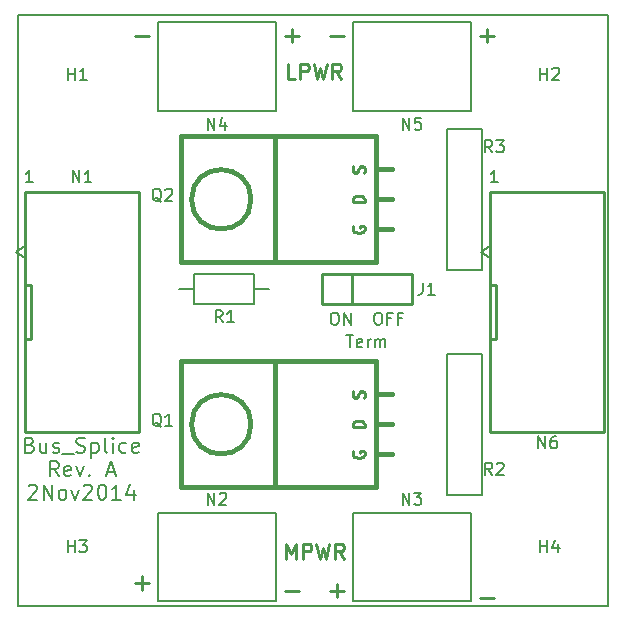
<source format=gto>
%FSLAX36Y36*%
G04 Gerber Fmt 3.6, Leading zero omitted, Abs format (unit inch)*
G04 Created by KiCad (PCBNEW (2014-jul-16 BZR unknown)-product) date Sun 02 Nov 2014 10:36:42 PM PST*
%MOIN*%
G01*
G04 APERTURE LIST*
%ADD10C,0.003937*%
%ADD11C,0.008000*%
%ADD12C,0.010000*%
%ADD13C,0.005906*%
%ADD14C,0.015000*%
%ADD15C,0.009850*%
%ADD16C,0.009900*%
G04 APERTURE END LIST*
D10*
D11*
X5536429Y-4493095D02*
X5513571Y-4493095D01*
X5525000Y-4493095D02*
X5525000Y-4453095D01*
X5521191Y-4458810D01*
X5517381Y-4462619D01*
X5513571Y-4464524D01*
X3986429Y-4493095D02*
X3963571Y-4493095D01*
X3975000Y-4493095D02*
X3975000Y-4453095D01*
X3971191Y-4458810D01*
X3967381Y-4462619D01*
X3963571Y-4464524D01*
D12*
X4372857Y-4004286D02*
X4327143Y-4004286D01*
X5522857Y-4004286D02*
X5477143Y-4004286D01*
X5500000Y-4027143D02*
X5500000Y-3981429D01*
D11*
X3937008Y-5905512D02*
X3937008Y-3937008D01*
X5905512Y-5905512D02*
X3937008Y-5905512D01*
X5905512Y-3937008D02*
X5905512Y-5905512D01*
X3937008Y-3937008D02*
X5905512Y-3937008D01*
X5032381Y-5003095D02*
X5055238Y-5003095D01*
X5043810Y-5043095D02*
X5043810Y-5003095D01*
X5083810Y-5041190D02*
X5080000Y-5043095D01*
X5072381Y-5043095D01*
X5068571Y-5041190D01*
X5066667Y-5037381D01*
X5066667Y-5022143D01*
X5068571Y-5018333D01*
X5072381Y-5016429D01*
X5080000Y-5016429D01*
X5083810Y-5018333D01*
X5085714Y-5022143D01*
X5085714Y-5025952D01*
X5066667Y-5029762D01*
X5102857Y-5043095D02*
X5102857Y-5016429D01*
X5102857Y-5024048D02*
X5104762Y-5020238D01*
X5106667Y-5018333D01*
X5110476Y-5016429D01*
X5114286Y-5016429D01*
X5127619Y-5043095D02*
X5127619Y-5016429D01*
X5127619Y-5020238D02*
X5129524Y-5018333D01*
X5133333Y-5016429D01*
X5139048Y-5016429D01*
X5142857Y-5018333D01*
X5144762Y-5022143D01*
X5144762Y-5043095D01*
X5144762Y-5022143D02*
X5146667Y-5018333D01*
X5150476Y-5016429D01*
X5156190Y-5016429D01*
X5160000Y-5018333D01*
X5161905Y-5022143D01*
X5161905Y-5043095D01*
X4989524Y-4928095D02*
X4997143Y-4928095D01*
X5000952Y-4930000D01*
X5004762Y-4933810D01*
X5006667Y-4941429D01*
X5006667Y-4954762D01*
X5004762Y-4962381D01*
X5000952Y-4966190D01*
X4997143Y-4968095D01*
X4989524Y-4968095D01*
X4985714Y-4966190D01*
X4981905Y-4962381D01*
X4980000Y-4954762D01*
X4980000Y-4941429D01*
X4981905Y-4933810D01*
X4985714Y-4930000D01*
X4989524Y-4928095D01*
X5023810Y-4968095D02*
X5023810Y-4928095D01*
X5046667Y-4968095D01*
X5046667Y-4928095D01*
X5134286Y-4928095D02*
X5141905Y-4928095D01*
X5145714Y-4930000D01*
X5149524Y-4933810D01*
X5151429Y-4941429D01*
X5151429Y-4954762D01*
X5149524Y-4962381D01*
X5145714Y-4966190D01*
X5141905Y-4968095D01*
X5134286Y-4968095D01*
X5130476Y-4966190D01*
X5126667Y-4962381D01*
X5124762Y-4954762D01*
X5124762Y-4941429D01*
X5126667Y-4933810D01*
X5130476Y-4930000D01*
X5134286Y-4928095D01*
X5181905Y-4947143D02*
X5168571Y-4947143D01*
X5168571Y-4968095D02*
X5168571Y-4928095D01*
X5187619Y-4928095D01*
X5216190Y-4947143D02*
X5202857Y-4947143D01*
X5202857Y-4968095D02*
X5202857Y-4928095D01*
X5221905Y-4928095D01*
D12*
X4829762Y-5747619D02*
X4829762Y-5697619D01*
X4846429Y-5733333D01*
X4863095Y-5697619D01*
X4863095Y-5747619D01*
X4886905Y-5747619D02*
X4886905Y-5697619D01*
X4905952Y-5697619D01*
X4910714Y-5700000D01*
X4913095Y-5702381D01*
X4915476Y-5707143D01*
X4915476Y-5714286D01*
X4913095Y-5719048D01*
X4910714Y-5721429D01*
X4905952Y-5723810D01*
X4886905Y-5723810D01*
X4932143Y-5697619D02*
X4944048Y-5747619D01*
X4953571Y-5711905D01*
X4963095Y-5747619D01*
X4975000Y-5697619D01*
X5022619Y-5747619D02*
X5005952Y-5723810D01*
X4994048Y-5747619D02*
X4994048Y-5697619D01*
X5013095Y-5697619D01*
X5017857Y-5700000D01*
X5020238Y-5702381D01*
X5022619Y-5707143D01*
X5022619Y-5714286D01*
X5020238Y-5719048D01*
X5017857Y-5721429D01*
X5013095Y-5723810D01*
X4994048Y-5723810D01*
X4861905Y-4147619D02*
X4838095Y-4147619D01*
X4838095Y-4097619D01*
X4878571Y-4147619D02*
X4878571Y-4097619D01*
X4897619Y-4097619D01*
X4902381Y-4100000D01*
X4904762Y-4102381D01*
X4907143Y-4107143D01*
X4907143Y-4114286D01*
X4904762Y-4119048D01*
X4902381Y-4121429D01*
X4897619Y-4123810D01*
X4878571Y-4123810D01*
X4923810Y-4097619D02*
X4935714Y-4147619D01*
X4945238Y-4111905D01*
X4954762Y-4147619D01*
X4966667Y-4097619D01*
X5014286Y-4147619D02*
X4997619Y-4123810D01*
X4985714Y-4147619D02*
X4985714Y-4097619D01*
X5004762Y-4097619D01*
X5009524Y-4100000D01*
X5011905Y-4102381D01*
X5014286Y-4107143D01*
X5014286Y-4114286D01*
X5011905Y-4119048D01*
X5009524Y-4121429D01*
X5004762Y-4123810D01*
X4985714Y-4123810D01*
X5022857Y-4004286D02*
X4977143Y-4004286D01*
X4872857Y-4004286D02*
X4827143Y-4004286D01*
X4850000Y-4027143D02*
X4850000Y-3981429D01*
X4872857Y-5854286D02*
X4827143Y-5854286D01*
X4372857Y-5829286D02*
X4327143Y-5829286D01*
X4350000Y-5852143D02*
X4350000Y-5806429D01*
X5022857Y-5854286D02*
X4977143Y-5854286D01*
X5000000Y-5877143D02*
X5000000Y-5831429D01*
X5522857Y-5879286D02*
X5477143Y-5879286D01*
D11*
X3977381Y-5368429D02*
X3984524Y-5370810D01*
X3986905Y-5373190D01*
X3989286Y-5377952D01*
X3989286Y-5385095D01*
X3986905Y-5389857D01*
X3984524Y-5392238D01*
X3979762Y-5394619D01*
X3960714Y-5394619D01*
X3960714Y-5344619D01*
X3977381Y-5344619D01*
X3982143Y-5347000D01*
X3984524Y-5349381D01*
X3986905Y-5354143D01*
X3986905Y-5358905D01*
X3984524Y-5363667D01*
X3982143Y-5366048D01*
X3977381Y-5368429D01*
X3960714Y-5368429D01*
X4032143Y-5361286D02*
X4032143Y-5394619D01*
X4010714Y-5361286D02*
X4010714Y-5387476D01*
X4013095Y-5392238D01*
X4017857Y-5394619D01*
X4025000Y-5394619D01*
X4029762Y-5392238D01*
X4032143Y-5389857D01*
X4053571Y-5392238D02*
X4058333Y-5394619D01*
X4067857Y-5394619D01*
X4072619Y-5392238D01*
X4075000Y-5387476D01*
X4075000Y-5385095D01*
X4072619Y-5380333D01*
X4067857Y-5377952D01*
X4060714Y-5377952D01*
X4055952Y-5375571D01*
X4053571Y-5370810D01*
X4053571Y-5368429D01*
X4055952Y-5363667D01*
X4060714Y-5361286D01*
X4067857Y-5361286D01*
X4072619Y-5363667D01*
X4084524Y-5399381D02*
X4122619Y-5399381D01*
X4132143Y-5392238D02*
X4139286Y-5394619D01*
X4151190Y-5394619D01*
X4155952Y-5392238D01*
X4158333Y-5389857D01*
X4160714Y-5385095D01*
X4160714Y-5380333D01*
X4158333Y-5375571D01*
X4155952Y-5373190D01*
X4151190Y-5370810D01*
X4141667Y-5368429D01*
X4136905Y-5366048D01*
X4134524Y-5363667D01*
X4132143Y-5358905D01*
X4132143Y-5354143D01*
X4134524Y-5349381D01*
X4136905Y-5347000D01*
X4141667Y-5344619D01*
X4153571Y-5344619D01*
X4160714Y-5347000D01*
X4182143Y-5361286D02*
X4182143Y-5411286D01*
X4182143Y-5363667D02*
X4186905Y-5361286D01*
X4196429Y-5361286D01*
X4201190Y-5363667D01*
X4203571Y-5366048D01*
X4205952Y-5370810D01*
X4205952Y-5385095D01*
X4203571Y-5389857D01*
X4201190Y-5392238D01*
X4196429Y-5394619D01*
X4186905Y-5394619D01*
X4182143Y-5392238D01*
X4234524Y-5394619D02*
X4229762Y-5392238D01*
X4227381Y-5387476D01*
X4227381Y-5344619D01*
X4253571Y-5394619D02*
X4253571Y-5361286D01*
X4253571Y-5344619D02*
X4251191Y-5347000D01*
X4253571Y-5349381D01*
X4255952Y-5347000D01*
X4253571Y-5344619D01*
X4253571Y-5349381D01*
X4298810Y-5392238D02*
X4294048Y-5394619D01*
X4284524Y-5394619D01*
X4279762Y-5392238D01*
X4277381Y-5389857D01*
X4275000Y-5385095D01*
X4275000Y-5370810D01*
X4277381Y-5366048D01*
X4279762Y-5363667D01*
X4284524Y-5361286D01*
X4294048Y-5361286D01*
X4298810Y-5363667D01*
X4339286Y-5392238D02*
X4334524Y-5394619D01*
X4325000Y-5394619D01*
X4320238Y-5392238D01*
X4317857Y-5387476D01*
X4317857Y-5368429D01*
X4320238Y-5363667D01*
X4325000Y-5361286D01*
X4334524Y-5361286D01*
X4339286Y-5363667D01*
X4341667Y-5368429D01*
X4341667Y-5373190D01*
X4317857Y-5377952D01*
X4072619Y-5472619D02*
X4055952Y-5448810D01*
X4044048Y-5472619D02*
X4044048Y-5422619D01*
X4063095Y-5422619D01*
X4067857Y-5425000D01*
X4070238Y-5427381D01*
X4072619Y-5432143D01*
X4072619Y-5439286D01*
X4070238Y-5444048D01*
X4067857Y-5446429D01*
X4063095Y-5448810D01*
X4044048Y-5448810D01*
X4113095Y-5470238D02*
X4108333Y-5472619D01*
X4098810Y-5472619D01*
X4094048Y-5470238D01*
X4091667Y-5465476D01*
X4091667Y-5446429D01*
X4094048Y-5441667D01*
X4098810Y-5439286D01*
X4108333Y-5439286D01*
X4113095Y-5441667D01*
X4115476Y-5446429D01*
X4115476Y-5451190D01*
X4091667Y-5455952D01*
X4132143Y-5439286D02*
X4144048Y-5472619D01*
X4155952Y-5439286D01*
X4175000Y-5467857D02*
X4177381Y-5470238D01*
X4175000Y-5472619D01*
X4172619Y-5470238D01*
X4175000Y-5467857D01*
X4175000Y-5472619D01*
X4234524Y-5458333D02*
X4258333Y-5458333D01*
X4229762Y-5472619D02*
X4246429Y-5422619D01*
X4263095Y-5472619D01*
X3972619Y-5505381D02*
X3975000Y-5503000D01*
X3979762Y-5500619D01*
X3991667Y-5500619D01*
X3996429Y-5503000D01*
X3998810Y-5505381D01*
X4001190Y-5510143D01*
X4001190Y-5514905D01*
X3998810Y-5522048D01*
X3970238Y-5550619D01*
X4001190Y-5550619D01*
X4022619Y-5550619D02*
X4022619Y-5500619D01*
X4051190Y-5550619D01*
X4051190Y-5500619D01*
X4082143Y-5550619D02*
X4077381Y-5548238D01*
X4075000Y-5545857D01*
X4072619Y-5541095D01*
X4072619Y-5526810D01*
X4075000Y-5522048D01*
X4077381Y-5519667D01*
X4082143Y-5517286D01*
X4089286Y-5517286D01*
X4094048Y-5519667D01*
X4096429Y-5522048D01*
X4098810Y-5526810D01*
X4098810Y-5541095D01*
X4096429Y-5545857D01*
X4094048Y-5548238D01*
X4089286Y-5550619D01*
X4082143Y-5550619D01*
X4115476Y-5517286D02*
X4127381Y-5550619D01*
X4139286Y-5517286D01*
X4155952Y-5505381D02*
X4158333Y-5503000D01*
X4163095Y-5500619D01*
X4175000Y-5500619D01*
X4179762Y-5503000D01*
X4182143Y-5505381D01*
X4184524Y-5510143D01*
X4184524Y-5514905D01*
X4182143Y-5522048D01*
X4153571Y-5550619D01*
X4184524Y-5550619D01*
X4215476Y-5500619D02*
X4220238Y-5500619D01*
X4225000Y-5503000D01*
X4227381Y-5505381D01*
X4229762Y-5510143D01*
X4232143Y-5519667D01*
X4232143Y-5531571D01*
X4229762Y-5541095D01*
X4227381Y-5545857D01*
X4225000Y-5548238D01*
X4220238Y-5550619D01*
X4215476Y-5550619D01*
X4210714Y-5548238D01*
X4208333Y-5545857D01*
X4205952Y-5541095D01*
X4203571Y-5531571D01*
X4203571Y-5519667D01*
X4205952Y-5510143D01*
X4208333Y-5505381D01*
X4210714Y-5503000D01*
X4215476Y-5500619D01*
X4279762Y-5550619D02*
X4251191Y-5550619D01*
X4265476Y-5550619D02*
X4265476Y-5500619D01*
X4260714Y-5507762D01*
X4255952Y-5512524D01*
X4251191Y-5514905D01*
X4322619Y-5517286D02*
X4322619Y-5550619D01*
X4310714Y-5498238D02*
X4298810Y-5533952D01*
X4329762Y-5533952D01*
D12*
X5050000Y-4900000D02*
X5250000Y-4900000D01*
X5250000Y-4900000D02*
X5250000Y-4800000D01*
X5250000Y-4800000D02*
X5050000Y-4800000D01*
X4950000Y-4800000D02*
X5050000Y-4800000D01*
X5050000Y-4800000D02*
X5050000Y-4900000D01*
X4950000Y-4800000D02*
X4950000Y-4900000D01*
X4950000Y-4900000D02*
X5050000Y-4900000D01*
D13*
X3930000Y-4725000D02*
X3960000Y-4705000D01*
X3930000Y-4725000D02*
X3960000Y-4745000D01*
D12*
X3960000Y-5015000D02*
X3980000Y-5015000D01*
X3980000Y-5015000D02*
X3980000Y-4835000D01*
X3980000Y-4835000D02*
X3960000Y-4835000D01*
X4340000Y-4525000D02*
X4340000Y-5325000D01*
X4340000Y-5325000D02*
X3960000Y-5325000D01*
X3960000Y-5325000D02*
X3960000Y-4525000D01*
X3960000Y-4525000D02*
X4340000Y-4525000D01*
D11*
X4796850Y-5890354D02*
X4796850Y-5595079D01*
X4796850Y-5595079D02*
X4403150Y-5595079D01*
X4403150Y-5595079D02*
X4403150Y-5890354D01*
X4403150Y-5890354D02*
X4796850Y-5890354D01*
X5446850Y-5890354D02*
X5446850Y-5595079D01*
X5446850Y-5595079D02*
X5053150Y-5595079D01*
X5053150Y-5595079D02*
X5053150Y-5890354D01*
X5053150Y-5890354D02*
X5446850Y-5890354D01*
X4403150Y-3959646D02*
X4403150Y-4254921D01*
X4403150Y-4254921D02*
X4796850Y-4254921D01*
X4796850Y-4254921D02*
X4796850Y-3959646D01*
X4796850Y-3959646D02*
X4403150Y-3959646D01*
X5053150Y-3959646D02*
X5053150Y-4254921D01*
X5053150Y-4254921D02*
X5446850Y-4254921D01*
X5446850Y-4254921D02*
X5446850Y-3959646D01*
X5446850Y-3959646D02*
X5053150Y-3959646D01*
D13*
X5480000Y-4725000D02*
X5510000Y-4705000D01*
X5480000Y-4725000D02*
X5510000Y-4745000D01*
D12*
X5510000Y-5015000D02*
X5530000Y-5015000D01*
X5530000Y-5015000D02*
X5530000Y-4835000D01*
X5530000Y-4835000D02*
X5510000Y-4835000D01*
X5890000Y-4525000D02*
X5890000Y-5325000D01*
X5890000Y-5325000D02*
X5510000Y-5325000D01*
X5510000Y-5325000D02*
X5510000Y-4525000D01*
X5510000Y-4525000D02*
X5890000Y-4525000D01*
D14*
X5130000Y-5400000D02*
X5185000Y-5400000D01*
X5130000Y-5300000D02*
X5185000Y-5300000D01*
X5130000Y-5200000D02*
X5185000Y-5200000D01*
X4713995Y-5300000D02*
G75*
G03X4713995Y-5300000I-98995J0D01*
G74*
G01*
X4795000Y-5090000D02*
X4480000Y-5090000D01*
X4480000Y-5090000D02*
X4480000Y-5510000D01*
X4480000Y-5510000D02*
X4795000Y-5510000D01*
X5130000Y-5090000D02*
X4795000Y-5090000D01*
X4795000Y-5090000D02*
X4795000Y-5510000D01*
X4795000Y-5510000D02*
X5130000Y-5510000D01*
X5130000Y-5300000D02*
X5130000Y-5510000D01*
X5130000Y-5300000D02*
X5130000Y-5090000D01*
X5130000Y-4650000D02*
X5185000Y-4650000D01*
X5130000Y-4550000D02*
X5185000Y-4550000D01*
X5130000Y-4450000D02*
X5185000Y-4450000D01*
X4713995Y-4550000D02*
G75*
G03X4713995Y-4550000I-98995J0D01*
G74*
G01*
X4795000Y-4340000D02*
X4480000Y-4340000D01*
X4480000Y-4340000D02*
X4480000Y-4760000D01*
X4480000Y-4760000D02*
X4795000Y-4760000D01*
X5130000Y-4340000D02*
X4795000Y-4340000D01*
X4795000Y-4340000D02*
X4795000Y-4760000D01*
X4795000Y-4760000D02*
X5130000Y-4760000D01*
X5130000Y-4550000D02*
X5130000Y-4760000D01*
X5130000Y-4550000D02*
X5130000Y-4340000D01*
D13*
X4525000Y-4850000D02*
X4475000Y-4850000D01*
X4725000Y-4850000D02*
X4775000Y-4850000D01*
X4725000Y-4900000D02*
X4725000Y-4800000D01*
X4725000Y-4800000D02*
X4525000Y-4800000D01*
X4525000Y-4800000D02*
X4525000Y-4900000D01*
X4525000Y-4900000D02*
X4725000Y-4900000D01*
D11*
X5366000Y-5064000D02*
X5366000Y-5536000D01*
X5366000Y-5536000D02*
X5484000Y-5536000D01*
X5484000Y-5536000D02*
X5484000Y-5064000D01*
X5484000Y-5064000D02*
X5366000Y-5064000D01*
X5366000Y-4314000D02*
X5366000Y-4786000D01*
X5366000Y-4786000D02*
X5484000Y-4786000D01*
X5484000Y-4786000D02*
X5484000Y-4314000D01*
X5484000Y-4314000D02*
X5366000Y-4314000D01*
X5286667Y-4828095D02*
X5286667Y-4856667D01*
X5284762Y-4862381D01*
X5280952Y-4866190D01*
X5275238Y-4868095D01*
X5271429Y-4868095D01*
X5326667Y-4868095D02*
X5303810Y-4868095D01*
X5315238Y-4868095D02*
X5315238Y-4828095D01*
X5311429Y-4833810D01*
X5307619Y-4837619D01*
X5303810Y-4839524D01*
X4119524Y-4493095D02*
X4119524Y-4453095D01*
X4142381Y-4493095D01*
X4142381Y-4453095D01*
X4182381Y-4493095D02*
X4159524Y-4493095D01*
X4170952Y-4493095D02*
X4170952Y-4453095D01*
X4167143Y-4458810D01*
X4163333Y-4462619D01*
X4159524Y-4464524D01*
X4569524Y-5568095D02*
X4569524Y-5528095D01*
X4592381Y-5568095D01*
X4592381Y-5528095D01*
X4609524Y-5531905D02*
X4611429Y-5530000D01*
X4615238Y-5528095D01*
X4624762Y-5528095D01*
X4628571Y-5530000D01*
X4630476Y-5531905D01*
X4632381Y-5535714D01*
X4632381Y-5539524D01*
X4630476Y-5545238D01*
X4607619Y-5568095D01*
X4632381Y-5568095D01*
X5219524Y-5568095D02*
X5219524Y-5528095D01*
X5242381Y-5568095D01*
X5242381Y-5528095D01*
X5257619Y-5528095D02*
X5282381Y-5528095D01*
X5269048Y-5543333D01*
X5274762Y-5543333D01*
X5278571Y-5545238D01*
X5280476Y-5547143D01*
X5282381Y-5550952D01*
X5282381Y-5560476D01*
X5280476Y-5564286D01*
X5278571Y-5566190D01*
X5274762Y-5568095D01*
X5263333Y-5568095D01*
X5259524Y-5566190D01*
X5257619Y-5564286D01*
X4569524Y-4318095D02*
X4569524Y-4278095D01*
X4592381Y-4318095D01*
X4592381Y-4278095D01*
X4628571Y-4291429D02*
X4628571Y-4318095D01*
X4619048Y-4276190D02*
X4609524Y-4304762D01*
X4634286Y-4304762D01*
X5219524Y-4318095D02*
X5219524Y-4278095D01*
X5242381Y-4318095D01*
X5242381Y-4278095D01*
X5280476Y-4278095D02*
X5261429Y-4278095D01*
X5259524Y-4297143D01*
X5261429Y-4295238D01*
X5265238Y-4293333D01*
X5274762Y-4293333D01*
X5278571Y-4295238D01*
X5280476Y-4297143D01*
X5282381Y-4300952D01*
X5282381Y-4310476D01*
X5280476Y-4314286D01*
X5278571Y-4316190D01*
X5274762Y-4318095D01*
X5265238Y-4318095D01*
X5261429Y-4316190D01*
X5259524Y-4314286D01*
X5671524Y-5380095D02*
X5671524Y-5340095D01*
X5694381Y-5380095D01*
X5694381Y-5340095D01*
X5730571Y-5340095D02*
X5722952Y-5340095D01*
X5719143Y-5342000D01*
X5717238Y-5343905D01*
X5713429Y-5349619D01*
X5711524Y-5357238D01*
X5711524Y-5372476D01*
X5713429Y-5376286D01*
X5715333Y-5378190D01*
X5719143Y-5380095D01*
X5726762Y-5380095D01*
X5730571Y-5378190D01*
X5732476Y-5376286D01*
X5734381Y-5372476D01*
X5734381Y-5362952D01*
X5732476Y-5359143D01*
X5730571Y-5357238D01*
X5726762Y-5355333D01*
X5719143Y-5355333D01*
X5715333Y-5357238D01*
X5713429Y-5359143D01*
X5711524Y-5362952D01*
X4414890Y-5308105D02*
X4411081Y-5306200D01*
X4407271Y-5302390D01*
X4401557Y-5296676D01*
X4397748Y-5294771D01*
X4393938Y-5294771D01*
X4395843Y-5304295D02*
X4392033Y-5302390D01*
X4388224Y-5298581D01*
X4386319Y-5290962D01*
X4386319Y-5277629D01*
X4388224Y-5270010D01*
X4392033Y-5266200D01*
X4395843Y-5264295D01*
X4403462Y-5264295D01*
X4407271Y-5266200D01*
X4411081Y-5270010D01*
X4412986Y-5277629D01*
X4412986Y-5290962D01*
X4411081Y-5298581D01*
X4407271Y-5302390D01*
X4403462Y-5304295D01*
X4395843Y-5304295D01*
X4451081Y-5304295D02*
X4428224Y-5304295D01*
X4439652Y-5304295D02*
X4439652Y-5264295D01*
X4435843Y-5270010D01*
X4432033Y-5273819D01*
X4428224Y-5275724D01*
D15*
X5055300Y-5389681D02*
X5053424Y-5393433D01*
X5053424Y-5399062D01*
X5055300Y-5404690D01*
X5059052Y-5408443D01*
X5062805Y-5410319D01*
X5070310Y-5412195D01*
X5075938Y-5412195D01*
X5083443Y-5410319D01*
X5087195Y-5408443D01*
X5090948Y-5404690D01*
X5092824Y-5399062D01*
X5092824Y-5395310D01*
X5090948Y-5389681D01*
X5089071Y-5387805D01*
X5075938Y-5387805D01*
X5075938Y-5395310D01*
D16*
D15*
X5090948Y-5211257D02*
X5092824Y-5205629D01*
X5092824Y-5196248D01*
X5090948Y-5192495D01*
X5089071Y-5190619D01*
X5085319Y-5188743D01*
X5081567Y-5188743D01*
X5077814Y-5190619D01*
X5075938Y-5192495D01*
X5074062Y-5196248D01*
X5072186Y-5203752D01*
X5070310Y-5207505D01*
X5068433Y-5209381D01*
X5064681Y-5211257D01*
X5060929Y-5211257D01*
X5057176Y-5209381D01*
X5055300Y-5207505D01*
X5053424Y-5203752D01*
X5053424Y-5194371D01*
X5055300Y-5188743D01*
D16*
D15*
X5092824Y-5310319D02*
X5053424Y-5310319D01*
X5053424Y-5300938D01*
X5055300Y-5295310D01*
X5059052Y-5291557D01*
X5062805Y-5289681D01*
X5070310Y-5287805D01*
X5075938Y-5287805D01*
X5083443Y-5289681D01*
X5087195Y-5291557D01*
X5090948Y-5295310D01*
X5092824Y-5300938D01*
X5092824Y-5310319D01*
D16*
D11*
X4414890Y-4558105D02*
X4411081Y-4556200D01*
X4407271Y-4552390D01*
X4401557Y-4546676D01*
X4397748Y-4544771D01*
X4393938Y-4544771D01*
X4395843Y-4554295D02*
X4392033Y-4552390D01*
X4388224Y-4548581D01*
X4386319Y-4540962D01*
X4386319Y-4527629D01*
X4388224Y-4520010D01*
X4392033Y-4516200D01*
X4395843Y-4514295D01*
X4403462Y-4514295D01*
X4407271Y-4516200D01*
X4411081Y-4520010D01*
X4412986Y-4527629D01*
X4412986Y-4540962D01*
X4411081Y-4548581D01*
X4407271Y-4552390D01*
X4403462Y-4554295D01*
X4395843Y-4554295D01*
X4428224Y-4518105D02*
X4430129Y-4516200D01*
X4433938Y-4514295D01*
X4443462Y-4514295D01*
X4447271Y-4516200D01*
X4449176Y-4518105D01*
X4451081Y-4521914D01*
X4451081Y-4525724D01*
X4449176Y-4531438D01*
X4426319Y-4554295D01*
X4451081Y-4554295D01*
D15*
X5055300Y-4639681D02*
X5053424Y-4643433D01*
X5053424Y-4649062D01*
X5055300Y-4654690D01*
X5059052Y-4658443D01*
X5062805Y-4660319D01*
X5070310Y-4662195D01*
X5075938Y-4662195D01*
X5083443Y-4660319D01*
X5087195Y-4658443D01*
X5090948Y-4654690D01*
X5092824Y-4649062D01*
X5092824Y-4645310D01*
X5090948Y-4639681D01*
X5089071Y-4637805D01*
X5075938Y-4637805D01*
X5075938Y-4645310D01*
D16*
D15*
X5090948Y-4461257D02*
X5092824Y-4455629D01*
X5092824Y-4446248D01*
X5090948Y-4442495D01*
X5089071Y-4440619D01*
X5085319Y-4438743D01*
X5081567Y-4438743D01*
X5077814Y-4440619D01*
X5075938Y-4442495D01*
X5074062Y-4446248D01*
X5072186Y-4453752D01*
X5070310Y-4457505D01*
X5068433Y-4459381D01*
X5064681Y-4461257D01*
X5060929Y-4461257D01*
X5057176Y-4459381D01*
X5055300Y-4457505D01*
X5053424Y-4453752D01*
X5053424Y-4444371D01*
X5055300Y-4438743D01*
D16*
D15*
X5092824Y-4560319D02*
X5053424Y-4560319D01*
X5053424Y-4550938D01*
X5055300Y-4545310D01*
X5059052Y-4541557D01*
X5062805Y-4539681D01*
X5070310Y-4537805D01*
X5075938Y-4537805D01*
X5083443Y-4539681D01*
X5087195Y-4541557D01*
X5090948Y-4545310D01*
X5092824Y-4550938D01*
X5092824Y-4560319D01*
D16*
D11*
X4619514Y-4959828D02*
X4606181Y-4940780D01*
X4596657Y-4959828D02*
X4596657Y-4919828D01*
X4611895Y-4919828D01*
X4615705Y-4921732D01*
X4617610Y-4923637D01*
X4619514Y-4927447D01*
X4619514Y-4933161D01*
X4617610Y-4936970D01*
X4615705Y-4938875D01*
X4611895Y-4940780D01*
X4596657Y-4940780D01*
X4657610Y-4959828D02*
X4634753Y-4959828D01*
X4646181Y-4959828D02*
X4646181Y-4919828D01*
X4642372Y-4925542D01*
X4638562Y-4929351D01*
X4634753Y-4931256D01*
X5518333Y-5468095D02*
X5505000Y-5449048D01*
X5495476Y-5468095D02*
X5495476Y-5428095D01*
X5510714Y-5428095D01*
X5514524Y-5430000D01*
X5516429Y-5431905D01*
X5518333Y-5435714D01*
X5518333Y-5441429D01*
X5516429Y-5445238D01*
X5514524Y-5447143D01*
X5510714Y-5449048D01*
X5495476Y-5449048D01*
X5533571Y-5431905D02*
X5535476Y-5430000D01*
X5539286Y-5428095D01*
X5548810Y-5428095D01*
X5552619Y-5430000D01*
X5554524Y-5431905D01*
X5556429Y-5435714D01*
X5556429Y-5439524D01*
X5554524Y-5445238D01*
X5531667Y-5468095D01*
X5556429Y-5468095D01*
X5518333Y-4393095D02*
X5505000Y-4374048D01*
X5495476Y-4393095D02*
X5495476Y-4353095D01*
X5510714Y-4353095D01*
X5514524Y-4355000D01*
X5516429Y-4356905D01*
X5518333Y-4360714D01*
X5518333Y-4366429D01*
X5516429Y-4370238D01*
X5514524Y-4372143D01*
X5510714Y-4374048D01*
X5495476Y-4374048D01*
X5531667Y-4353095D02*
X5556429Y-4353095D01*
X5543095Y-4368333D01*
X5548810Y-4368333D01*
X5552619Y-4370238D01*
X5554524Y-4372143D01*
X5556429Y-4375952D01*
X5556429Y-4385476D01*
X5554524Y-4389286D01*
X5552619Y-4391190D01*
X5548810Y-4393095D01*
X5537381Y-4393095D01*
X5533571Y-4391190D01*
X5531667Y-4389286D01*
X5678185Y-5726757D02*
X5678185Y-5686757D01*
X5678185Y-5705804D02*
X5701042Y-5705804D01*
X5701042Y-5726757D02*
X5701042Y-5686757D01*
X5737233Y-5700090D02*
X5737233Y-5726757D01*
X5727709Y-5684852D02*
X5718185Y-5713423D01*
X5742947Y-5713423D01*
X4103382Y-5726757D02*
X4103382Y-5686757D01*
X4103382Y-5705804D02*
X4126239Y-5705804D01*
X4126239Y-5726757D02*
X4126239Y-5686757D01*
X4141477Y-5686757D02*
X4166239Y-5686757D01*
X4152906Y-5701995D01*
X4158620Y-5701995D01*
X4162430Y-5703900D01*
X4164334Y-5705804D01*
X4166239Y-5709614D01*
X4166239Y-5719138D01*
X4164334Y-5722947D01*
X4162430Y-5724852D01*
X4158620Y-5726757D01*
X4147192Y-5726757D01*
X4143382Y-5724852D01*
X4141477Y-5722947D01*
X5678185Y-4151954D02*
X5678185Y-4111954D01*
X5678185Y-4131001D02*
X5701042Y-4131001D01*
X5701042Y-4151954D02*
X5701042Y-4111954D01*
X5718185Y-4115763D02*
X5720090Y-4113858D01*
X5723900Y-4111954D01*
X5733423Y-4111954D01*
X5737233Y-4113858D01*
X5739138Y-4115763D01*
X5741042Y-4119573D01*
X5741042Y-4123382D01*
X5739138Y-4129096D01*
X5716280Y-4151954D01*
X5741042Y-4151954D01*
X4103382Y-4151954D02*
X4103382Y-4111954D01*
X4103382Y-4131001D02*
X4126239Y-4131001D01*
X4126239Y-4151954D02*
X4126239Y-4111954D01*
X4166239Y-4151954D02*
X4143382Y-4151954D01*
X4154811Y-4151954D02*
X4154811Y-4111954D01*
X4151001Y-4117668D01*
X4147192Y-4121477D01*
X4143382Y-4123382D01*
M02*

</source>
